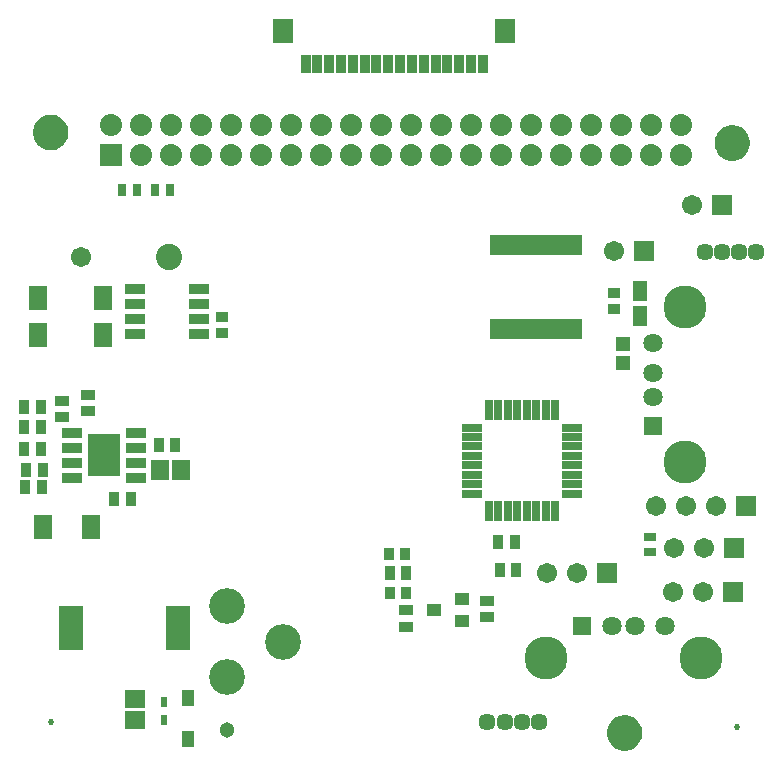
<source format=gbs>
G04*
G04 #@! TF.GenerationSoftware,Altium Limited,Altium Designer,19.0.11 (319)*
G04*
G04 Layer_Color=16711935*
%FSLAX24Y24*%
%MOIN*%
G70*
G01*
G75*
%ADD17R,0.0454X0.0356*%
%ADD18R,0.0454X0.0434*%
%ADD19R,0.0454X0.0434*%
%ADD24R,0.0592X0.0671*%
%ADD31R,0.0316X0.0415*%
%ADD32C,0.0671*%
%ADD34R,0.0415X0.0316*%
%ADD38C,0.0572*%
%ADD39R,0.0671X0.0671*%
%ADD40C,0.0877*%
%ADD41C,0.1438*%
%ADD42C,0.0643*%
%ADD43R,0.0643X0.0643*%
%ADD44C,0.0513*%
%ADD45C,0.1194*%
%ADD46R,0.0643X0.0643*%
%ADD47R,0.0736X0.0736*%
%ADD48C,0.0736*%
%ADD49C,0.0205*%
%ADD113R,0.0245X0.0332*%
%ADD114R,0.0356X0.0454*%
%ADD115R,0.0671X0.0592*%
%ADD116R,0.0395X0.0533*%
%ADD117R,0.0454X0.0474*%
%ADD118R,0.0336X0.0434*%
%ADD119R,0.0592X0.0828*%
%ADD120R,0.0680X0.0336*%
%ADD121R,0.0257X0.0680*%
%ADD122R,0.0596X0.0840*%
%ADD123R,0.0680X0.0356*%
%ADD124R,0.1088X0.1438*%
%ADD125R,0.0789X0.1497*%
%ADD126R,0.0375X0.0474*%
%ADD127R,0.0434X0.0336*%
%ADD128R,0.0316X0.0671*%
%ADD129R,0.0671X0.0316*%
%ADD130R,0.0356X0.0611*%
%ADD131R,0.0671X0.0828*%
%ADD132R,0.0513X0.0690*%
G36*
X1818Y20409D02*
X1760D01*
X1645Y20432D01*
X1538Y20477D01*
X1441Y20541D01*
X1359Y20624D01*
X1294Y20720D01*
X1250Y20828D01*
X1227Y20942D01*
Y21000D01*
Y21058D01*
X1250Y21172D01*
X1294Y21280D01*
X1359Y21376D01*
X1441Y21459D01*
X1538Y21523D01*
X1645Y21568D01*
X1760Y21591D01*
X1818D01*
X1876D01*
X1990Y21568D01*
X2097Y21523D01*
X2194Y21459D01*
X2276Y21376D01*
X2341Y21280D01*
X2386Y21172D01*
X2408Y21058D01*
Y21000D01*
Y20942D01*
X2386Y20828D01*
X2341Y20720D01*
X2276Y20624D01*
X2194Y20541D01*
X2097Y20477D01*
X1990Y20432D01*
X1876Y20409D01*
X1818D01*
D01*
D02*
G37*
G36*
X21541Y984D02*
Y926D01*
X21518Y812D01*
X21473Y704D01*
X21409Y608D01*
X21326Y525D01*
X21230Y461D01*
X21122Y416D01*
X21008Y394D01*
X20950D01*
X20892D01*
X20778Y416D01*
X20670Y461D01*
X20574Y525D01*
X20491Y608D01*
X20427Y704D01*
X20382Y812D01*
X20359Y926D01*
Y984D01*
Y1042D01*
X20382Y1156D01*
X20427Y1264D01*
X20491Y1361D01*
X20574Y1443D01*
X20670Y1508D01*
X20778Y1552D01*
X20892Y1575D01*
X20950D01*
X21008D01*
X21122Y1552D01*
X21230Y1508D01*
X21326Y1443D01*
X21409Y1361D01*
X21473Y1264D01*
X21518Y1156D01*
X21541Y1042D01*
Y984D01*
D01*
D02*
G37*
G36*
X24534Y20059D02*
X24476D01*
X24362Y20082D01*
X24254Y20127D01*
X24158Y20191D01*
X24075Y20274D01*
X24011Y20370D01*
X23966Y20478D01*
X23944Y20592D01*
Y20650D01*
Y20708D01*
X23966Y20822D01*
X24011Y20930D01*
X24075Y21026D01*
X24158Y21109D01*
X24254Y21173D01*
X24362Y21218D01*
X24476Y21241D01*
X24534D01*
X24592D01*
X24706Y21218D01*
X24814Y21173D01*
X24911Y21109D01*
X24993Y21026D01*
X25057Y20930D01*
X25102Y20822D01*
X25125Y20708D01*
Y20650D01*
Y20592D01*
X25102Y20478D01*
X25057Y20370D01*
X24993Y20274D01*
X24911Y20191D01*
X24814Y20127D01*
X24706Y20082D01*
X24592Y20059D01*
X24534D01*
D01*
D02*
G37*
D17*
X13676Y5076D02*
D03*
Y4524D02*
D03*
X16350Y4838D02*
D03*
Y5389D02*
D03*
X2178Y12055D02*
D03*
Y11503D02*
D03*
X3050Y12259D02*
D03*
Y11708D02*
D03*
D18*
X15513Y5462D02*
D03*
X14587Y5088D02*
D03*
D19*
X15513Y4714D02*
D03*
D24*
X5456Y9734D02*
D03*
X6144D02*
D03*
D31*
X4706Y19100D02*
D03*
X4194D02*
D03*
X5294D02*
D03*
X5806D02*
D03*
D32*
X19361Y6326D02*
D03*
X18361D02*
D03*
X2822Y16845D02*
D03*
X20600Y17050D02*
D03*
X23189Y18600D02*
D03*
X22000Y8550D02*
D03*
X23000D02*
D03*
X24000D02*
D03*
X23600Y7150D02*
D03*
X22600D02*
D03*
X23550Y5700D02*
D03*
X22550D02*
D03*
D34*
X21802Y7013D02*
D03*
Y7524D02*
D03*
D38*
X25338Y17006D02*
D03*
X24763D02*
D03*
X24189D02*
D03*
X23614D02*
D03*
X18094Y1350D02*
D03*
X17519D02*
D03*
X16944D02*
D03*
X16369D02*
D03*
D39*
X20361Y6326D02*
D03*
X21600Y17050D02*
D03*
X24189Y18600D02*
D03*
X25000Y8550D02*
D03*
X24600Y7150D02*
D03*
X24550Y5700D02*
D03*
D40*
X5775Y16845D02*
D03*
D41*
X22963Y15176D02*
D03*
Y10003D02*
D03*
X18320Y3483D02*
D03*
X23493D02*
D03*
D42*
X21896Y13968D02*
D03*
Y12983D02*
D03*
Y12196D02*
D03*
X20513Y4550D02*
D03*
X21300D02*
D03*
X22284D02*
D03*
D43*
X21896Y11212D02*
D03*
D44*
X7700Y1078D02*
D03*
D45*
X9550Y4031D02*
D03*
X7700Y2850D02*
D03*
Y5212D02*
D03*
D46*
X19528Y4550D02*
D03*
D47*
X3841Y20250D02*
D03*
D48*
Y21250D02*
D03*
X4841Y20250D02*
D03*
Y21250D02*
D03*
X5841Y20250D02*
D03*
Y21250D02*
D03*
X6841Y20250D02*
D03*
Y21250D02*
D03*
X7841Y20250D02*
D03*
Y21250D02*
D03*
X8841Y20250D02*
D03*
Y21250D02*
D03*
X9841Y20250D02*
D03*
Y21250D02*
D03*
X10841Y20250D02*
D03*
Y21250D02*
D03*
X11841Y20250D02*
D03*
Y21250D02*
D03*
X12841Y20250D02*
D03*
Y21250D02*
D03*
X13841Y20250D02*
D03*
Y21250D02*
D03*
X14841Y20250D02*
D03*
Y21250D02*
D03*
X15841Y20250D02*
D03*
Y21250D02*
D03*
X16841Y20250D02*
D03*
Y21250D02*
D03*
X17841Y20250D02*
D03*
Y21250D02*
D03*
X18841Y20250D02*
D03*
Y21250D02*
D03*
X19841Y20250D02*
D03*
Y21250D02*
D03*
X20841Y20250D02*
D03*
Y21250D02*
D03*
X21841Y20250D02*
D03*
Y21250D02*
D03*
X22841Y20250D02*
D03*
Y21250D02*
D03*
D49*
X24678Y1179D02*
D03*
X1818Y1350D02*
D03*
D113*
X5600Y1423D02*
D03*
Y2014D02*
D03*
D114*
X17280Y7350D02*
D03*
X16729D02*
D03*
X16788Y6416D02*
D03*
X17339D02*
D03*
X13676Y6317D02*
D03*
X13124D02*
D03*
X1547Y9737D02*
D03*
X996D02*
D03*
X934Y11842D02*
D03*
X1485D02*
D03*
X5412Y10600D02*
D03*
X5963D02*
D03*
X1510Y9200D02*
D03*
X958D02*
D03*
D115*
X4634Y1418D02*
D03*
Y2107D02*
D03*
D116*
X6400Y2157D02*
D03*
Y779D02*
D03*
D117*
X20886Y13959D02*
D03*
Y13329D02*
D03*
D118*
X13666Y5640D02*
D03*
X13134D02*
D03*
X13084Y6955D02*
D03*
X13616D02*
D03*
D119*
X3548Y15497D02*
D03*
X1383D02*
D03*
Y14237D02*
D03*
X3548D02*
D03*
D120*
X4634Y14278D02*
D03*
Y14778D02*
D03*
Y15278D02*
D03*
Y15778D02*
D03*
X6769D02*
D03*
Y15278D02*
D03*
Y14778D02*
D03*
Y14278D02*
D03*
D121*
X16593Y14435D02*
D03*
X16848D02*
D03*
X17104D02*
D03*
X17360D02*
D03*
X17616D02*
D03*
X17872D02*
D03*
X18128D02*
D03*
X18384D02*
D03*
X18640D02*
D03*
X18896D02*
D03*
X19152D02*
D03*
X19407D02*
D03*
Y17240D02*
D03*
X19152D02*
D03*
X18896D02*
D03*
X18640D02*
D03*
X18384D02*
D03*
X18128D02*
D03*
X17872D02*
D03*
X17616D02*
D03*
X17360D02*
D03*
X17104D02*
D03*
X16848D02*
D03*
X16593D02*
D03*
D122*
X3173Y7850D02*
D03*
X1558D02*
D03*
D123*
X2535Y9485D02*
D03*
Y9985D02*
D03*
Y10485D02*
D03*
Y10985D02*
D03*
X4670D02*
D03*
Y10485D02*
D03*
Y9985D02*
D03*
Y9485D02*
D03*
D124*
X3602Y10235D02*
D03*
D125*
X2509Y4500D02*
D03*
X6052D02*
D03*
D126*
X3921Y8800D02*
D03*
X4492D02*
D03*
X936Y10437D02*
D03*
X1507D02*
D03*
Y11187D02*
D03*
X936D02*
D03*
D127*
X7525Y14307D02*
D03*
Y14839D02*
D03*
X20600Y15634D02*
D03*
Y15103D02*
D03*
D128*
X18629Y8389D02*
D03*
X18314D02*
D03*
X17999D02*
D03*
X17684D02*
D03*
X17369D02*
D03*
X17054D02*
D03*
X16739D02*
D03*
X16424D02*
D03*
Y11736D02*
D03*
X16739D02*
D03*
X17054D02*
D03*
X17369D02*
D03*
X17684D02*
D03*
X17999D02*
D03*
X18314D02*
D03*
X18629D02*
D03*
D129*
X15854Y8960D02*
D03*
Y9275D02*
D03*
Y9590D02*
D03*
Y9905D02*
D03*
Y10220D02*
D03*
Y10535D02*
D03*
Y10850D02*
D03*
Y11165D02*
D03*
X19200D02*
D03*
Y10850D02*
D03*
Y10535D02*
D03*
Y10220D02*
D03*
Y9905D02*
D03*
Y9590D02*
D03*
Y9275D02*
D03*
Y8960D02*
D03*
D130*
X16219Y23300D02*
D03*
X15825D02*
D03*
X15431D02*
D03*
X15037D02*
D03*
X14644D02*
D03*
X14250D02*
D03*
X13856D02*
D03*
X13463D02*
D03*
X13069D02*
D03*
X12675D02*
D03*
X12282D02*
D03*
X11888D02*
D03*
X11494D02*
D03*
X11100D02*
D03*
X10707D02*
D03*
X10313D02*
D03*
D131*
X16967Y24393D02*
D03*
X9565D02*
D03*
D132*
X21475Y15733D02*
D03*
Y14867D02*
D03*
M02*

</source>
